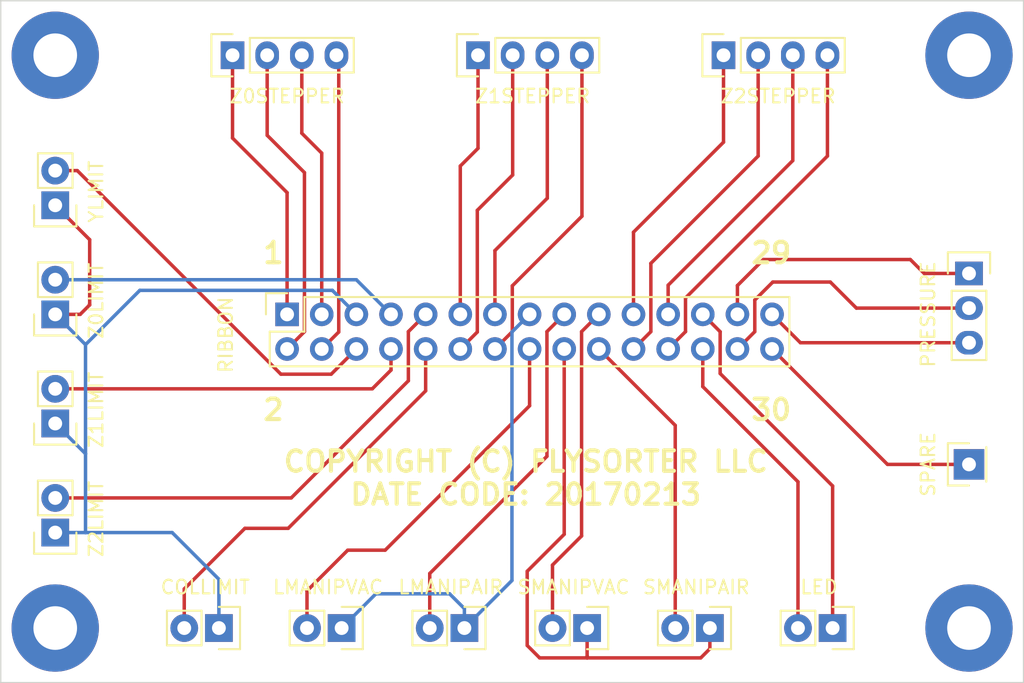
<source format=kicad_pcb>
(kicad_pcb (version 4) (host pcbnew "(2015-01-16 BZR 5376)-product")

  (general
    (links 36)
    (no_connects 0)
    (area 27.118619 37.721 107.881381 92.129)
    (thickness 1.6)
    (drawings 9)
    (tracks 131)
    (zones 0)
    (modules 20)
    (nets 35)
  )

  (page A4)
  (layers
    (0 F.Cu signal)
    (31 B.Cu signal)
    (32 B.Adhes user)
    (33 F.Adhes user)
    (34 B.Paste user)
    (35 F.Paste user)
    (36 B.SilkS user)
    (37 F.SilkS user)
    (38 B.Mask user)
    (39 F.Mask user)
    (40 Dwgs.User user)
    (41 Cmts.User user)
    (42 Eco1.User user)
    (43 Eco2.User user)
    (44 Edge.Cuts user)
    (45 Margin user)
    (46 B.CrtYd user)
    (47 F.CrtYd user)
    (48 B.Fab user)
    (49 F.Fab user)
  )

  (setup
    (last_trace_width 0.254)
    (trace_clearance 0.254)
    (zone_clearance 0.508)
    (zone_45_only no)
    (trace_min 0.254)
    (segment_width 0.2)
    (edge_width 0.1)
    (via_size 0.889)
    (via_drill 0.635)
    (via_min_size 0.889)
    (via_min_drill 0.508)
    (uvia_size 0.508)
    (uvia_drill 0.127)
    (uvias_allowed no)
    (uvia_min_size 0.508)
    (uvia_min_drill 0.127)
    (pcb_text_width 0.3)
    (pcb_text_size 1.5 1.5)
    (mod_edge_width 0.15)
    (mod_text_size 1 1)
    (mod_text_width 0.15)
    (pad_size 1.5 1.5)
    (pad_drill 0.6)
    (pad_to_mask_clearance 0)
    (aux_axis_origin 0 0)
    (visible_elements 7FFFFF7F)
    (pcbplotparams
      (layerselection 0x00030_80000001)
      (usegerberextensions false)
      (excludeedgelayer true)
      (linewidth 0.100000)
      (plotframeref false)
      (viasonmask false)
      (mode 1)
      (useauxorigin false)
      (hpglpennumber 1)
      (hpglpenspeed 20)
      (hpglpendiameter 15)
      (hpglpenoverlay 2)
      (psnegative false)
      (psa4output false)
      (plotreference true)
      (plotvalue true)
      (plotinvisibletext false)
      (padsonsilk false)
      (subtractmaskfromsilk false)
      (outputformat 1)
      (mirror false)
      (drillshape 1)
      (scaleselection 1)
      (outputdirectory ""))
  )

  (net 0 "")
  (net 1 /SwitchGrounds)
  (net 2 /YLimit)
  (net 3 /Z0Stepper0)
  (net 4 /Z0Stepper1)
  (net 5 /Z0Stepper2)
  (net 6 /Z0Stepper3)
  (net 7 /LManipGrounds)
  (net 8 /LManipVac)
  (net 9 /Z0Limit)
  (net 10 /Z1Limit)
  (net 11 /Z2Limit)
  (net 12 /CollisionLimit)
  (net 13 /Z1Stepper0)
  (net 14 /Z1Stepper1)
  (net 15 /Z1Stepper2)
  (net 16 /Z1Stepper3)
  (net 17 /LManipAir)
  (net 18 /SManipGrounds)
  (net 19 /SManipVac)
  (net 20 /SManipAir)
  (net 21 /Z2Stepper0)
  (net 22 /Z2Stepper1)
  (net 23 /Z2Stepper2)
  (net 24 /Z2Stepper3)
  (net 25 /LEDGND)
  (net 26 /LEDVCC)
  (net 27 /PressureGND)
  (net 28 /PressureVCC)
  (net 29 /PressureSignal)
  (net 30 "Net-(P14-Pad1)")
  (net 31 "Net-(P17-Pad1)")
  (net 32 "Net-(P18-Pad1)")
  (net 33 "Net-(P19-Pad1)")
  (net 34 "Net-(P20-Pad1)")

  (net_class Default "This is the default net class."
    (clearance 0.254)
    (trace_width 0.254)
    (via_dia 0.889)
    (via_drill 0.635)
    (uvia_dia 0.508)
    (uvia_drill 0.127)
    (add_net /CollisionLimit)
    (add_net /LEDGND)
    (add_net /LEDVCC)
    (add_net /LManipAir)
    (add_net /LManipGrounds)
    (add_net /LManipVac)
    (add_net /PressureGND)
    (add_net /PressureSignal)
    (add_net /PressureVCC)
    (add_net /SManipAir)
    (add_net /SManipGrounds)
    (add_net /SManipVac)
    (add_net /SwitchGrounds)
    (add_net /YLimit)
    (add_net /Z0Limit)
    (add_net /Z0Stepper0)
    (add_net /Z0Stepper1)
    (add_net /Z0Stepper2)
    (add_net /Z0Stepper3)
    (add_net /Z1Limit)
    (add_net /Z1Stepper0)
    (add_net /Z1Stepper1)
    (add_net /Z1Stepper2)
    (add_net /Z1Stepper3)
    (add_net /Z2Limit)
    (add_net /Z2Stepper0)
    (add_net /Z2Stepper1)
    (add_net /Z2Stepper2)
    (add_net /Z2Stepper3)
    (add_net "Net-(P14-Pad1)")
    (add_net "Net-(P17-Pad1)")
    (add_net "Net-(P18-Pad1)")
    (add_net "Net-(P19-Pad1)")
    (add_net "Net-(P20-Pad1)")
  )

  (module Socket_Strips:Socket_Strip_Straight_1x02 (layer F.Cu) (tedit 588BD847) (tstamp 588BCE4C)
    (at 34 55 90)
    (descr "Through hole socket strip")
    (tags "socket strip")
    (path /588BCD0D)
    (fp_text reference P1 (at 0 -5.1 90) (layer F.SilkS) hide
      (effects (font (size 1 1) (thickness 0.15)))
    )
    (fp_text value YLIMIT (at 1 3 90) (layer F.SilkS)
      (effects (font (size 1 1) (thickness 0.15)))
    )
    (fp_line (start -1.55 1.55) (end 0 1.55) (layer F.SilkS) (width 0.15))
    (fp_line (start 3.81 1.27) (end 1.27 1.27) (layer F.SilkS) (width 0.15))
    (fp_line (start -1.75 -1.75) (end -1.75 1.75) (layer F.CrtYd) (width 0.05))
    (fp_line (start 4.3 -1.75) (end 4.3 1.75) (layer F.CrtYd) (width 0.05))
    (fp_line (start -1.75 -1.75) (end 4.3 -1.75) (layer F.CrtYd) (width 0.05))
    (fp_line (start -1.75 1.75) (end 4.3 1.75) (layer F.CrtYd) (width 0.05))
    (fp_line (start 1.27 1.27) (end 1.27 -1.27) (layer F.SilkS) (width 0.15))
    (fp_line (start 0 -1.55) (end -1.55 -1.55) (layer F.SilkS) (width 0.15))
    (fp_line (start -1.55 -1.55) (end -1.55 1.55) (layer F.SilkS) (width 0.15))
    (fp_line (start 1.27 -1.27) (end 3.81 -1.27) (layer F.SilkS) (width 0.15))
    (fp_line (start 3.81 -1.27) (end 3.81 1.27) (layer F.SilkS) (width 0.15))
    (pad 1 thru_hole rect (at 0 0 90) (size 2.032 2.032) (drill 1.016) (layers *.Cu *.Mask)
      (net 1 /SwitchGrounds))
    (pad 2 thru_hole oval (at 2.54 0 90) (size 2.032 2.032) (drill 1.016) (layers *.Cu *.Mask)
      (net 2 /YLimit))
    (model Socket_Strips.3dshapes/Socket_Strip_Straight_1x02.wrl
      (at (xyz 0.05 0 0))
      (scale (xyz 1 1 1))
      (rotate (xyz 0 0 180))
    )
  )

  (module Socket_Strips:Socket_Strip_Straight_1x04 (layer F.Cu) (tedit 588BD80B) (tstamp 588BCE54)
    (at 47 44)
    (descr "Through hole socket strip")
    (tags "socket strip")
    (path /588BCB50)
    (fp_text reference P2 (at 0 -5.1) (layer F.SilkS) hide
      (effects (font (size 1 1) (thickness 0.15)))
    )
    (fp_text value Z0STEPPER (at 4 3) (layer F.SilkS)
      (effects (font (size 1 1) (thickness 0.15)))
    )
    (fp_line (start -1.75 -1.75) (end -1.75 1.75) (layer F.CrtYd) (width 0.05))
    (fp_line (start 9.4 -1.75) (end 9.4 1.75) (layer F.CrtYd) (width 0.05))
    (fp_line (start -1.75 -1.75) (end 9.4 -1.75) (layer F.CrtYd) (width 0.05))
    (fp_line (start -1.75 1.75) (end 9.4 1.75) (layer F.CrtYd) (width 0.05))
    (fp_line (start 1.27 -1.27) (end 8.89 -1.27) (layer F.SilkS) (width 0.15))
    (fp_line (start 1.27 1.27) (end 8.89 1.27) (layer F.SilkS) (width 0.15))
    (fp_line (start -1.55 1.55) (end 0 1.55) (layer F.SilkS) (width 0.15))
    (fp_line (start 8.89 -1.27) (end 8.89 1.27) (layer F.SilkS) (width 0.15))
    (fp_line (start 1.27 1.27) (end 1.27 -1.27) (layer F.SilkS) (width 0.15))
    (fp_line (start 0 -1.55) (end -1.55 -1.55) (layer F.SilkS) (width 0.15))
    (fp_line (start -1.55 -1.55) (end -1.55 1.55) (layer F.SilkS) (width 0.15))
    (pad 1 thru_hole rect (at 0 0) (size 1.7272 2.032) (drill 1.016) (layers *.Cu *.Mask)
      (net 3 /Z0Stepper0))
    (pad 2 thru_hole oval (at 2.54 0) (size 1.7272 2.032) (drill 1.016) (layers *.Cu *.Mask)
      (net 4 /Z0Stepper1))
    (pad 3 thru_hole oval (at 5.08 0) (size 1.7272 2.032) (drill 1.016) (layers *.Cu *.Mask)
      (net 5 /Z0Stepper2))
    (pad 4 thru_hole oval (at 7.62 0) (size 1.7272 2.032) (drill 1.016) (layers *.Cu *.Mask)
      (net 6 /Z0Stepper3))
    (model Socket_Strips.3dshapes/Socket_Strip_Straight_1x04.wrl
      (at (xyz 0.15 0 0))
      (scale (xyz 1 1 1))
      (rotate (xyz 0 0 180))
    )
  )

  (module Socket_Strips:Socket_Strip_Straight_1x02 (layer F.Cu) (tedit 588BD833) (tstamp 588BD08F)
    (at 55 86 180)
    (descr "Through hole socket strip")
    (tags "socket strip")
    (path /588BD66A)
    (fp_text reference P3 (at 0 -5.1 180) (layer F.SilkS) hide
      (effects (font (size 1 1) (thickness 0.15)))
    )
    (fp_text value LMANIPVAC (at 1 3 180) (layer F.SilkS)
      (effects (font (size 1 1) (thickness 0.15)))
    )
    (fp_line (start -1.55 1.55) (end 0 1.55) (layer F.SilkS) (width 0.15))
    (fp_line (start 3.81 1.27) (end 1.27 1.27) (layer F.SilkS) (width 0.15))
    (fp_line (start -1.75 -1.75) (end -1.75 1.75) (layer F.CrtYd) (width 0.05))
    (fp_line (start 4.3 -1.75) (end 4.3 1.75) (layer F.CrtYd) (width 0.05))
    (fp_line (start -1.75 -1.75) (end 4.3 -1.75) (layer F.CrtYd) (width 0.05))
    (fp_line (start -1.75 1.75) (end 4.3 1.75) (layer F.CrtYd) (width 0.05))
    (fp_line (start 1.27 1.27) (end 1.27 -1.27) (layer F.SilkS) (width 0.15))
    (fp_line (start 0 -1.55) (end -1.55 -1.55) (layer F.SilkS) (width 0.15))
    (fp_line (start -1.55 -1.55) (end -1.55 1.55) (layer F.SilkS) (width 0.15))
    (fp_line (start 1.27 -1.27) (end 3.81 -1.27) (layer F.SilkS) (width 0.15))
    (fp_line (start 3.81 -1.27) (end 3.81 1.27) (layer F.SilkS) (width 0.15))
    (pad 1 thru_hole rect (at 0 0 180) (size 2.032 2.032) (drill 1.016) (layers *.Cu *.Mask)
      (net 7 /LManipGrounds))
    (pad 2 thru_hole oval (at 2.54 0 180) (size 2.032 2.032) (drill 1.016) (layers *.Cu *.Mask)
      (net 8 /LManipVac))
    (model Socket_Strips.3dshapes/Socket_Strip_Straight_1x02.wrl
      (at (xyz 0.05 0 0))
      (scale (xyz 1 1 1))
      (rotate (xyz 0 0 180))
    )
  )

  (module Socket_Strips:Socket_Strip_Straight_1x02 (layer F.Cu) (tedit 588BD84A) (tstamp 588BCE60)
    (at 34 63 90)
    (descr "Through hole socket strip")
    (tags "socket strip")
    (path /588BCE8C)
    (fp_text reference P4 (at 0 -5.1 90) (layer F.SilkS) hide
      (effects (font (size 1 1) (thickness 0.15)))
    )
    (fp_text value Z0LIMIT (at 1 3 90) (layer F.SilkS)
      (effects (font (size 1 1) (thickness 0.15)))
    )
    (fp_line (start -1.55 1.55) (end 0 1.55) (layer F.SilkS) (width 0.15))
    (fp_line (start 3.81 1.27) (end 1.27 1.27) (layer F.SilkS) (width 0.15))
    (fp_line (start -1.75 -1.75) (end -1.75 1.75) (layer F.CrtYd) (width 0.05))
    (fp_line (start 4.3 -1.75) (end 4.3 1.75) (layer F.CrtYd) (width 0.05))
    (fp_line (start -1.75 -1.75) (end 4.3 -1.75) (layer F.CrtYd) (width 0.05))
    (fp_line (start -1.75 1.75) (end 4.3 1.75) (layer F.CrtYd) (width 0.05))
    (fp_line (start 1.27 1.27) (end 1.27 -1.27) (layer F.SilkS) (width 0.15))
    (fp_line (start 0 -1.55) (end -1.55 -1.55) (layer F.SilkS) (width 0.15))
    (fp_line (start -1.55 -1.55) (end -1.55 1.55) (layer F.SilkS) (width 0.15))
    (fp_line (start 1.27 -1.27) (end 3.81 -1.27) (layer F.SilkS) (width 0.15))
    (fp_line (start 3.81 -1.27) (end 3.81 1.27) (layer F.SilkS) (width 0.15))
    (pad 1 thru_hole rect (at 0 0 90) (size 2.032 2.032) (drill 1.016) (layers *.Cu *.Mask)
      (net 1 /SwitchGrounds))
    (pad 2 thru_hole oval (at 2.54 0 90) (size 2.032 2.032) (drill 1.016) (layers *.Cu *.Mask)
      (net 9 /Z0Limit))
    (model Socket_Strips.3dshapes/Socket_Strip_Straight_1x02.wrl
      (at (xyz 0.05 0 0))
      (scale (xyz 1 1 1))
      (rotate (xyz 0 0 180))
    )
  )

  (module Socket_Strips:Socket_Strip_Straight_2x15 (layer F.Cu) (tedit 58A25D42) (tstamp 588BCE82)
    (at 51 63)
    (descr "Through hole socket strip")
    (tags "socket strip")
    (path /588BC35E)
    (fp_text reference P5 (at 0 -5.1) (layer F.SilkS) hide
      (effects (font (size 1 1) (thickness 0.15)))
    )
    (fp_text value RIBBON (at -4.5 1.5 90) (layer F.SilkS)
      (effects (font (size 1 1) (thickness 0.15)))
    )
    (fp_line (start -1.75 -1.75) (end -1.75 4.3) (layer F.CrtYd) (width 0.05))
    (fp_line (start 37.35 -1.75) (end 37.35 4.3) (layer F.CrtYd) (width 0.05))
    (fp_line (start -1.75 -1.75) (end 37.35 -1.75) (layer F.CrtYd) (width 0.05))
    (fp_line (start -1.75 4.3) (end 37.35 4.3) (layer F.CrtYd) (width 0.05))
    (fp_line (start 36.83 3.81) (end -1.27 3.81) (layer F.SilkS) (width 0.15))
    (fp_line (start 1.27 -1.27) (end 36.83 -1.27) (layer F.SilkS) (width 0.15))
    (fp_line (start 36.83 3.81) (end 36.83 -1.27) (layer F.SilkS) (width 0.15))
    (fp_line (start -1.27 3.81) (end -1.27 1.27) (layer F.SilkS) (width 0.15))
    (fp_line (start 0 -1.55) (end -1.55 -1.55) (layer F.SilkS) (width 0.15))
    (fp_line (start -1.27 1.27) (end 1.27 1.27) (layer F.SilkS) (width 0.15))
    (fp_line (start 1.27 1.27) (end 1.27 -1.27) (layer F.SilkS) (width 0.15))
    (fp_line (start -1.55 -1.55) (end -1.55 0) (layer F.SilkS) (width 0.15))
    (pad 1 thru_hole rect (at 0 0) (size 1.7272 1.7272) (drill 1.016) (layers *.Cu *.Mask)
      (net 3 /Z0Stepper0))
    (pad 2 thru_hole oval (at 0 2.54) (size 1.7272 1.7272) (drill 1.016) (layers *.Cu *.Mask)
      (net 4 /Z0Stepper1))
    (pad 3 thru_hole oval (at 2.54 0) (size 1.7272 1.7272) (drill 1.016) (layers *.Cu *.Mask)
      (net 5 /Z0Stepper2))
    (pad 4 thru_hole oval (at 2.54 2.54) (size 1.7272 1.7272) (drill 1.016) (layers *.Cu *.Mask)
      (net 6 /Z0Stepper3))
    (pad 5 thru_hole oval (at 5.08 0) (size 1.7272 1.7272) (drill 1.016) (layers *.Cu *.Mask)
      (net 1 /SwitchGrounds))
    (pad 6 thru_hole oval (at 5.08 2.54) (size 1.7272 1.7272) (drill 1.016) (layers *.Cu *.Mask)
      (net 2 /YLimit))
    (pad 7 thru_hole oval (at 7.62 0) (size 1.7272 1.7272) (drill 1.016) (layers *.Cu *.Mask)
      (net 9 /Z0Limit))
    (pad 8 thru_hole oval (at 7.62 2.54) (size 1.7272 1.7272) (drill 1.016) (layers *.Cu *.Mask)
      (net 10 /Z1Limit))
    (pad 9 thru_hole oval (at 10.16 0) (size 1.7272 1.7272) (drill 1.016) (layers *.Cu *.Mask)
      (net 11 /Z2Limit))
    (pad 10 thru_hole oval (at 10.16 2.54) (size 1.7272 1.7272) (drill 1.016) (layers *.Cu *.Mask)
      (net 12 /CollisionLimit))
    (pad 11 thru_hole oval (at 12.7 0) (size 1.7272 1.7272) (drill 1.016) (layers *.Cu *.Mask)
      (net 13 /Z1Stepper0))
    (pad 12 thru_hole oval (at 12.7 2.54) (size 1.7272 1.7272) (drill 1.016) (layers *.Cu *.Mask)
      (net 14 /Z1Stepper1))
    (pad 13 thru_hole oval (at 15.24 0) (size 1.7272 1.7272) (drill 1.016) (layers *.Cu *.Mask)
      (net 15 /Z1Stepper2))
    (pad 14 thru_hole oval (at 15.24 2.54) (size 1.7272 1.7272) (drill 1.016) (layers *.Cu *.Mask)
      (net 16 /Z1Stepper3))
    (pad 15 thru_hole oval (at 17.78 0) (size 1.7272 1.7272) (drill 1.016) (layers *.Cu *.Mask)
      (net 7 /LManipGrounds))
    (pad 16 thru_hole oval (at 17.78 2.54) (size 1.7272 1.7272) (drill 1.016) (layers *.Cu *.Mask)
      (net 8 /LManipVac))
    (pad 17 thru_hole oval (at 20.32 0) (size 1.7272 1.7272) (drill 1.016) (layers *.Cu *.Mask)
      (net 17 /LManipAir))
    (pad 18 thru_hole oval (at 20.32 2.54) (size 1.7272 1.7272) (drill 1.016) (layers *.Cu *.Mask)
      (net 18 /SManipGrounds))
    (pad 19 thru_hole oval (at 22.86 0) (size 1.7272 1.7272) (drill 1.016) (layers *.Cu *.Mask)
      (net 19 /SManipVac))
    (pad 20 thru_hole oval (at 22.86 2.54) (size 1.7272 1.7272) (drill 1.016) (layers *.Cu *.Mask)
      (net 20 /SManipAir))
    (pad 21 thru_hole oval (at 25.4 0) (size 1.7272 1.7272) (drill 1.016) (layers *.Cu *.Mask)
      (net 21 /Z2Stepper0))
    (pad 22 thru_hole oval (at 25.4 2.54) (size 1.7272 1.7272) (drill 1.016) (layers *.Cu *.Mask)
      (net 22 /Z2Stepper1))
    (pad 23 thru_hole oval (at 27.94 0) (size 1.7272 1.7272) (drill 1.016) (layers *.Cu *.Mask)
      (net 23 /Z2Stepper2))
    (pad 24 thru_hole oval (at 27.94 2.54) (size 1.7272 1.7272) (drill 1.016) (layers *.Cu *.Mask)
      (net 24 /Z2Stepper3))
    (pad 25 thru_hole oval (at 30.48 0) (size 1.7272 1.7272) (drill 1.016) (layers *.Cu *.Mask)
      (net 25 /LEDGND))
    (pad 26 thru_hole oval (at 30.48 2.54) (size 1.7272 1.7272) (drill 1.016) (layers *.Cu *.Mask)
      (net 26 /LEDVCC))
    (pad 27 thru_hole oval (at 33.02 0) (size 1.7272 1.7272) (drill 1.016) (layers *.Cu *.Mask)
      (net 27 /PressureGND))
    (pad 28 thru_hole oval (at 33.02 2.54) (size 1.7272 1.7272) (drill 1.016) (layers *.Cu *.Mask)
      (net 28 /PressureVCC))
    (pad 29 thru_hole oval (at 35.56 0) (size 1.7272 1.7272) (drill 1.016) (layers *.Cu *.Mask)
      (net 29 /PressureSignal))
    (pad 30 thru_hole oval (at 35.56 2.54) (size 1.7272 1.7272) (drill 1.016) (layers *.Cu *.Mask)
      (net 30 "Net-(P14-Pad1)"))
    (model Socket_Strips.3dshapes/Socket_Strip_Straight_2x15.wrl
      (at (xyz 0.7 -0.05 0))
      (scale (xyz 1 1 1))
      (rotate (xyz 0 0 180))
    )
  )

  (module Socket_Strips:Socket_Strip_Straight_1x04 (layer F.Cu) (tedit 588BD80E) (tstamp 588BCE8A)
    (at 65 44)
    (descr "Through hole socket strip")
    (tags "socket strip")
    (path /588BCC52)
    (fp_text reference P6 (at 0 -5.1) (layer F.SilkS) hide
      (effects (font (size 1 1) (thickness 0.15)))
    )
    (fp_text value Z1STEPPER (at 4 3) (layer F.SilkS)
      (effects (font (size 1 1) (thickness 0.15)))
    )
    (fp_line (start -1.75 -1.75) (end -1.75 1.75) (layer F.CrtYd) (width 0.05))
    (fp_line (start 9.4 -1.75) (end 9.4 1.75) (layer F.CrtYd) (width 0.05))
    (fp_line (start -1.75 -1.75) (end 9.4 -1.75) (layer F.CrtYd) (width 0.05))
    (fp_line (start -1.75 1.75) (end 9.4 1.75) (layer F.CrtYd) (width 0.05))
    (fp_line (start 1.27 -1.27) (end 8.89 -1.27) (layer F.SilkS) (width 0.15))
    (fp_line (start 1.27 1.27) (end 8.89 1.27) (layer F.SilkS) (width 0.15))
    (fp_line (start -1.55 1.55) (end 0 1.55) (layer F.SilkS) (width 0.15))
    (fp_line (start 8.89 -1.27) (end 8.89 1.27) (layer F.SilkS) (width 0.15))
    (fp_line (start 1.27 1.27) (end 1.27 -1.27) (layer F.SilkS) (width 0.15))
    (fp_line (start 0 -1.55) (end -1.55 -1.55) (layer F.SilkS) (width 0.15))
    (fp_line (start -1.55 -1.55) (end -1.55 1.55) (layer F.SilkS) (width 0.15))
    (pad 1 thru_hole rect (at 0 0) (size 1.7272 2.032) (drill 1.016) (layers *.Cu *.Mask)
      (net 13 /Z1Stepper0))
    (pad 2 thru_hole oval (at 2.54 0) (size 1.7272 2.032) (drill 1.016) (layers *.Cu *.Mask)
      (net 14 /Z1Stepper1))
    (pad 3 thru_hole oval (at 5.08 0) (size 1.7272 2.032) (drill 1.016) (layers *.Cu *.Mask)
      (net 15 /Z1Stepper2))
    (pad 4 thru_hole oval (at 7.62 0) (size 1.7272 2.032) (drill 1.016) (layers *.Cu *.Mask)
      (net 16 /Z1Stepper3))
    (model Socket_Strips.3dshapes/Socket_Strip_Straight_1x04.wrl
      (at (xyz 0.15 0 0))
      (scale (xyz 1 1 1))
      (rotate (xyz 0 0 180))
    )
  )

  (module Socket_Strips:Socket_Strip_Straight_1x02 (layer F.Cu) (tedit 588BD827) (tstamp 588BCE90)
    (at 91 86 180)
    (descr "Through hole socket strip")
    (tags "socket strip")
    (path /588BD957)
    (fp_text reference P7 (at 0 -5.1 180) (layer F.SilkS) hide
      (effects (font (size 1 1) (thickness 0.15)))
    )
    (fp_text value LED (at 1 3 180) (layer F.SilkS)
      (effects (font (size 1 1) (thickness 0.15)))
    )
    (fp_line (start -1.55 1.55) (end 0 1.55) (layer F.SilkS) (width 0.15))
    (fp_line (start 3.81 1.27) (end 1.27 1.27) (layer F.SilkS) (width 0.15))
    (fp_line (start -1.75 -1.75) (end -1.75 1.75) (layer F.CrtYd) (width 0.05))
    (fp_line (start 4.3 -1.75) (end 4.3 1.75) (layer F.CrtYd) (width 0.05))
    (fp_line (start -1.75 -1.75) (end 4.3 -1.75) (layer F.CrtYd) (width 0.05))
    (fp_line (start -1.75 1.75) (end 4.3 1.75) (layer F.CrtYd) (width 0.05))
    (fp_line (start 1.27 1.27) (end 1.27 -1.27) (layer F.SilkS) (width 0.15))
    (fp_line (start 0 -1.55) (end -1.55 -1.55) (layer F.SilkS) (width 0.15))
    (fp_line (start -1.55 -1.55) (end -1.55 1.55) (layer F.SilkS) (width 0.15))
    (fp_line (start 1.27 -1.27) (end 3.81 -1.27) (layer F.SilkS) (width 0.15))
    (fp_line (start 3.81 -1.27) (end 3.81 1.27) (layer F.SilkS) (width 0.15))
    (pad 1 thru_hole rect (at 0 0 180) (size 2.032 2.032) (drill 1.016) (layers *.Cu *.Mask)
      (net 25 /LEDGND))
    (pad 2 thru_hole oval (at 2.54 0 180) (size 2.032 2.032) (drill 1.016) (layers *.Cu *.Mask)
      (net 26 /LEDVCC))
    (model Socket_Strips.3dshapes/Socket_Strip_Straight_1x02.wrl
      (at (xyz 0.05 0 0))
      (scale (xyz 1 1 1))
      (rotate (xyz 0 0 180))
    )
  )

  (module Socket_Strips:Socket_Strip_Straight_1x02 (layer F.Cu) (tedit 588BD831) (tstamp 588BD088)
    (at 64 86 180)
    (descr "Through hole socket strip")
    (tags "socket strip")
    (path /588BD6ED)
    (fp_text reference P8 (at 0 -5.1 180) (layer F.SilkS) hide
      (effects (font (size 1 1) (thickness 0.15)))
    )
    (fp_text value LMANIPAIR (at 1 3 180) (layer F.SilkS)
      (effects (font (size 1 1) (thickness 0.15)))
    )
    (fp_line (start -1.55 1.55) (end 0 1.55) (layer F.SilkS) (width 0.15))
    (fp_line (start 3.81 1.27) (end 1.27 1.27) (layer F.SilkS) (width 0.15))
    (fp_line (start -1.75 -1.75) (end -1.75 1.75) (layer F.CrtYd) (width 0.05))
    (fp_line (start 4.3 -1.75) (end 4.3 1.75) (layer F.CrtYd) (width 0.05))
    (fp_line (start -1.75 -1.75) (end 4.3 -1.75) (layer F.CrtYd) (width 0.05))
    (fp_line (start -1.75 1.75) (end 4.3 1.75) (layer F.CrtYd) (width 0.05))
    (fp_line (start 1.27 1.27) (end 1.27 -1.27) (layer F.SilkS) (width 0.15))
    (fp_line (start 0 -1.55) (end -1.55 -1.55) (layer F.SilkS) (width 0.15))
    (fp_line (start -1.55 -1.55) (end -1.55 1.55) (layer F.SilkS) (width 0.15))
    (fp_line (start 1.27 -1.27) (end 3.81 -1.27) (layer F.SilkS) (width 0.15))
    (fp_line (start 3.81 -1.27) (end 3.81 1.27) (layer F.SilkS) (width 0.15))
    (pad 1 thru_hole rect (at 0 0 180) (size 2.032 2.032) (drill 1.016) (layers *.Cu *.Mask)
      (net 7 /LManipGrounds))
    (pad 2 thru_hole oval (at 2.54 0 180) (size 2.032 2.032) (drill 1.016) (layers *.Cu *.Mask)
      (net 17 /LManipAir))
    (model Socket_Strips.3dshapes/Socket_Strip_Straight_1x02.wrl
      (at (xyz 0.05 0 0))
      (scale (xyz 1 1 1))
      (rotate (xyz 0 0 180))
    )
  )

  (module Socket_Strips:Socket_Strip_Straight_1x02 (layer F.Cu) (tedit 588BD84E) (tstamp 588BCE9C)
    (at 34 71 90)
    (descr "Through hole socket strip")
    (tags "socket strip")
    (path /588BCEBA)
    (fp_text reference P9 (at 0 -5.1 90) (layer F.SilkS) hide
      (effects (font (size 1 1) (thickness 0.15)))
    )
    (fp_text value Z1LIMIT (at 1 3 90) (layer F.SilkS)
      (effects (font (size 1 1) (thickness 0.15)))
    )
    (fp_line (start -1.55 1.55) (end 0 1.55) (layer F.SilkS) (width 0.15))
    (fp_line (start 3.81 1.27) (end 1.27 1.27) (layer F.SilkS) (width 0.15))
    (fp_line (start -1.75 -1.75) (end -1.75 1.75) (layer F.CrtYd) (width 0.05))
    (fp_line (start 4.3 -1.75) (end 4.3 1.75) (layer F.CrtYd) (width 0.05))
    (fp_line (start -1.75 -1.75) (end 4.3 -1.75) (layer F.CrtYd) (width 0.05))
    (fp_line (start -1.75 1.75) (end 4.3 1.75) (layer F.CrtYd) (width 0.05))
    (fp_line (start 1.27 1.27) (end 1.27 -1.27) (layer F.SilkS) (width 0.15))
    (fp_line (start 0 -1.55) (end -1.55 -1.55) (layer F.SilkS) (width 0.15))
    (fp_line (start -1.55 -1.55) (end -1.55 1.55) (layer F.SilkS) (width 0.15))
    (fp_line (start 1.27 -1.27) (end 3.81 -1.27) (layer F.SilkS) (width 0.15))
    (fp_line (start 3.81 -1.27) (end 3.81 1.27) (layer F.SilkS) (width 0.15))
    (pad 1 thru_hole rect (at 0 0 90) (size 2.032 2.032) (drill 1.016) (layers *.Cu *.Mask)
      (net 1 /SwitchGrounds))
    (pad 2 thru_hole oval (at 2.54 0 90) (size 2.032 2.032) (drill 1.016) (layers *.Cu *.Mask)
      (net 10 /Z1Limit))
    (model Socket_Strips.3dshapes/Socket_Strip_Straight_1x02.wrl
      (at (xyz 0.05 0 0))
      (scale (xyz 1 1 1))
      (rotate (xyz 0 0 180))
    )
  )

  (module Socket_Strips:Socket_Strip_Straight_1x02 (layer F.Cu) (tedit 588BD82E) (tstamp 588BD081)
    (at 73 86 180)
    (descr "Through hole socket strip")
    (tags "socket strip")
    (path /588BD71C)
    (fp_text reference P10 (at 0 -5.1 180) (layer F.SilkS) hide
      (effects (font (size 1 1) (thickness 0.15)))
    )
    (fp_text value SMANIPVAC (at 1 3 180) (layer F.SilkS)
      (effects (font (size 1 1) (thickness 0.15)))
    )
    (fp_line (start -1.55 1.55) (end 0 1.55) (layer F.SilkS) (width 0.15))
    (fp_line (start 3.81 1.27) (end 1.27 1.27) (layer F.SilkS) (width 0.15))
    (fp_line (start -1.75 -1.75) (end -1.75 1.75) (layer F.CrtYd) (width 0.05))
    (fp_line (start 4.3 -1.75) (end 4.3 1.75) (layer F.CrtYd) (width 0.05))
    (fp_line (start -1.75 -1.75) (end 4.3 -1.75) (layer F.CrtYd) (width 0.05))
    (fp_line (start -1.75 1.75) (end 4.3 1.75) (layer F.CrtYd) (width 0.05))
    (fp_line (start 1.27 1.27) (end 1.27 -1.27) (layer F.SilkS) (width 0.15))
    (fp_line (start 0 -1.55) (end -1.55 -1.55) (layer F.SilkS) (width 0.15))
    (fp_line (start -1.55 -1.55) (end -1.55 1.55) (layer F.SilkS) (width 0.15))
    (fp_line (start 1.27 -1.27) (end 3.81 -1.27) (layer F.SilkS) (width 0.15))
    (fp_line (start 3.81 -1.27) (end 3.81 1.27) (layer F.SilkS) (width 0.15))
    (pad 1 thru_hole rect (at 0 0 180) (size 2.032 2.032) (drill 1.016) (layers *.Cu *.Mask)
      (net 18 /SManipGrounds))
    (pad 2 thru_hole oval (at 2.54 0 180) (size 2.032 2.032) (drill 1.016) (layers *.Cu *.Mask)
      (net 19 /SManipVac))
    (model Socket_Strips.3dshapes/Socket_Strip_Straight_1x02.wrl
      (at (xyz 0.05 0 0))
      (scale (xyz 1 1 1))
      (rotate (xyz 0 0 180))
    )
  )

  (module Socket_Strips:Socket_Strip_Straight_1x03 (layer F.Cu) (tedit 588BD820) (tstamp 588BCEA9)
    (at 101 60 270)
    (descr "Through hole socket strip")
    (tags "socket strip")
    (path /588BDA2E)
    (fp_text reference P11 (at 0 -5.1 270) (layer F.SilkS) hide
      (effects (font (size 1 1) (thickness 0.15)))
    )
    (fp_text value PRESSURE (at 3 3 270) (layer F.SilkS)
      (effects (font (size 1 1) (thickness 0.15)))
    )
    (fp_line (start 0 -1.55) (end -1.55 -1.55) (layer F.SilkS) (width 0.15))
    (fp_line (start -1.55 -1.55) (end -1.55 1.55) (layer F.SilkS) (width 0.15))
    (fp_line (start -1.55 1.55) (end 0 1.55) (layer F.SilkS) (width 0.15))
    (fp_line (start -1.75 -1.75) (end -1.75 1.75) (layer F.CrtYd) (width 0.05))
    (fp_line (start 6.85 -1.75) (end 6.85 1.75) (layer F.CrtYd) (width 0.05))
    (fp_line (start -1.75 -1.75) (end 6.85 -1.75) (layer F.CrtYd) (width 0.05))
    (fp_line (start -1.75 1.75) (end 6.85 1.75) (layer F.CrtYd) (width 0.05))
    (fp_line (start 1.27 -1.27) (end 6.35 -1.27) (layer F.SilkS) (width 0.15))
    (fp_line (start 6.35 -1.27) (end 6.35 1.27) (layer F.SilkS) (width 0.15))
    (fp_line (start 6.35 1.27) (end 1.27 1.27) (layer F.SilkS) (width 0.15))
    (fp_line (start 1.27 1.27) (end 1.27 -1.27) (layer F.SilkS) (width 0.15))
    (pad 1 thru_hole rect (at 0 0 270) (size 1.7272 2.032) (drill 1.016) (layers *.Cu *.Mask)
      (net 27 /PressureGND))
    (pad 2 thru_hole oval (at 2.54 0 270) (size 1.7272 2.032) (drill 1.016) (layers *.Cu *.Mask)
      (net 28 /PressureVCC))
    (pad 3 thru_hole oval (at 5.08 0 270) (size 1.7272 2.032) (drill 1.016) (layers *.Cu *.Mask)
      (net 29 /PressureSignal))
    (model Socket_Strips.3dshapes/Socket_Strip_Straight_1x03.wrl
      (at (xyz 0.1 0 0))
      (scale (xyz 1 1 1))
      (rotate (xyz 0 0 180))
    )
  )

  (module Socket_Strips:Socket_Strip_Straight_1x04 (layer F.Cu) (tedit 588BD812) (tstamp 588BCEB1)
    (at 83 44)
    (descr "Through hole socket strip")
    (tags "socket strip")
    (path /588BCC85)
    (fp_text reference P12 (at 0 -5.1) (layer F.SilkS) hide
      (effects (font (size 1 1) (thickness 0.15)))
    )
    (fp_text value Z2STEPPER (at 4 3) (layer F.SilkS)
      (effects (font (size 1 1) (thickness 0.15)))
    )
    (fp_line (start -1.75 -1.75) (end -1.75 1.75) (layer F.CrtYd) (width 0.05))
    (fp_line (start 9.4 -1.75) (end 9.4 1.75) (layer F.CrtYd) (width 0.05))
    (fp_line (start -1.75 -1.75) (end 9.4 -1.75) (layer F.CrtYd) (width 0.05))
    (fp_line (start -1.75 1.75) (end 9.4 1.75) (layer F.CrtYd) (width 0.05))
    (fp_line (start 1.27 -1.27) (end 8.89 -1.27) (layer F.SilkS) (width 0.15))
    (fp_line (start 1.27 1.27) (end 8.89 1.27) (layer F.SilkS) (width 0.15))
    (fp_line (start -1.55 1.55) (end 0 1.55) (layer F.SilkS) (width 0.15))
    (fp_line (start 8.89 -1.27) (end 8.89 1.27) (layer F.SilkS) (width 0.15))
    (fp_line (start 1.27 1.27) (end 1.27 -1.27) (layer F.SilkS) (width 0.15))
    (fp_line (start 0 -1.55) (end -1.55 -1.55) (layer F.SilkS) (width 0.15))
    (fp_line (start -1.55 -1.55) (end -1.55 1.55) (layer F.SilkS) (width 0.15))
    (pad 1 thru_hole rect (at 0 0) (size 1.7272 2.032) (drill 1.016) (layers *.Cu *.Mask)
      (net 21 /Z2Stepper0))
    (pad 2 thru_hole oval (at 2.54 0) (size 1.7272 2.032) (drill 1.016) (layers *.Cu *.Mask)
      (net 22 /Z2Stepper1))
    (pad 3 thru_hole oval (at 5.08 0) (size 1.7272 2.032) (drill 1.016) (layers *.Cu *.Mask)
      (net 23 /Z2Stepper2))
    (pad 4 thru_hole oval (at 7.62 0) (size 1.7272 2.032) (drill 1.016) (layers *.Cu *.Mask)
      (net 24 /Z2Stepper3))
    (model Socket_Strips.3dshapes/Socket_Strip_Straight_1x04.wrl
      (at (xyz 0.15 0 0))
      (scale (xyz 1 1 1))
      (rotate (xyz 0 0 180))
    )
  )

  (module Socket_Strips:Socket_Strip_Straight_1x02 (layer F.Cu) (tedit 588BD852) (tstamp 588BCEB7)
    (at 34 79 90)
    (descr "Through hole socket strip")
    (tags "socket strip")
    (path /588BCEE9)
    (fp_text reference P13 (at 0 -5.1 90) (layer F.SilkS) hide
      (effects (font (size 1 1) (thickness 0.15)))
    )
    (fp_text value Z2LIMIT (at 1 3 90) (layer F.SilkS)
      (effects (font (size 1 1) (thickness 0.15)))
    )
    (fp_line (start -1.55 1.55) (end 0 1.55) (layer F.SilkS) (width 0.15))
    (fp_line (start 3.81 1.27) (end 1.27 1.27) (layer F.SilkS) (width 0.15))
    (fp_line (start -1.75 -1.75) (end -1.75 1.75) (layer F.CrtYd) (width 0.05))
    (fp_line (start 4.3 -1.75) (end 4.3 1.75) (layer F.CrtYd) (width 0.05))
    (fp_line (start -1.75 -1.75) (end 4.3 -1.75) (layer F.CrtYd) (width 0.05))
    (fp_line (start -1.75 1.75) (end 4.3 1.75) (layer F.CrtYd) (width 0.05))
    (fp_line (start 1.27 1.27) (end 1.27 -1.27) (layer F.SilkS) (width 0.15))
    (fp_line (start 0 -1.55) (end -1.55 -1.55) (layer F.SilkS) (width 0.15))
    (fp_line (start -1.55 -1.55) (end -1.55 1.55) (layer F.SilkS) (width 0.15))
    (fp_line (start 1.27 -1.27) (end 3.81 -1.27) (layer F.SilkS) (width 0.15))
    (fp_line (start 3.81 -1.27) (end 3.81 1.27) (layer F.SilkS) (width 0.15))
    (pad 1 thru_hole rect (at 0 0 90) (size 2.032 2.032) (drill 1.016) (layers *.Cu *.Mask)
      (net 1 /SwitchGrounds))
    (pad 2 thru_hole oval (at 2.54 0 90) (size 2.032 2.032) (drill 1.016) (layers *.Cu *.Mask)
      (net 11 /Z2Limit))
    (model Socket_Strips.3dshapes/Socket_Strip_Straight_1x02.wrl
      (at (xyz 0.05 0 0))
      (scale (xyz 1 1 1))
      (rotate (xyz 0 0 180))
    )
  )

  (module Socket_Strips:Socket_Strip_Straight_1x01 (layer F.Cu) (tedit 588BD823) (tstamp 588BCEBC)
    (at 101 74)
    (descr "Through hole socket strip")
    (tags "socket strip")
    (path /588BDD9E)
    (fp_text reference P14 (at 0 -5.1) (layer F.SilkS) hide
      (effects (font (size 1 1) (thickness 0.15)))
    )
    (fp_text value SPARE (at -3 0 90) (layer F.SilkS)
      (effects (font (size 1 1) (thickness 0.15)))
    )
    (fp_line (start -1.75 -1.75) (end -1.75 1.75) (layer F.CrtYd) (width 0.05))
    (fp_line (start 1.75 -1.75) (end 1.75 1.75) (layer F.CrtYd) (width 0.05))
    (fp_line (start -1.75 -1.75) (end 1.75 -1.75) (layer F.CrtYd) (width 0.05))
    (fp_line (start -1.75 1.75) (end 1.75 1.75) (layer F.CrtYd) (width 0.05))
    (fp_line (start 1.27 1.27) (end 1.27 -1.27) (layer F.SilkS) (width 0.15))
    (fp_line (start -1.55 -1.55) (end 0 -1.55) (layer F.SilkS) (width 0.15))
    (fp_line (start -1.55 -1.55) (end -1.55 1.55) (layer F.SilkS) (width 0.15))
    (fp_line (start -1.55 1.55) (end 0 1.55) (layer F.SilkS) (width 0.15))
    (pad 1 thru_hole rect (at 0 0) (size 2.2352 2.2352) (drill 1.016) (layers *.Cu *.Mask)
      (net 30 "Net-(P14-Pad1)"))
    (model Socket_Strips.3dshapes/Socket_Strip_Straight_1x01.wrl
      (at (xyz 0 0 0))
      (scale (xyz 1 1 1))
      (rotate (xyz 0 0 180))
    )
  )

  (module Socket_Strips:Socket_Strip_Straight_1x02 (layer F.Cu) (tedit 588BD82A) (tstamp 588BCEC2)
    (at 82 86 180)
    (descr "Through hole socket strip")
    (tags "socket strip")
    (path /588BD758)
    (fp_text reference P15 (at 0 -5.1 180) (layer F.SilkS) hide
      (effects (font (size 1 1) (thickness 0.15)))
    )
    (fp_text value SMANIPAIR (at 1 3 180) (layer F.SilkS)
      (effects (font (size 1 1) (thickness 0.15)))
    )
    (fp_line (start -1.55 1.55) (end 0 1.55) (layer F.SilkS) (width 0.15))
    (fp_line (start 3.81 1.27) (end 1.27 1.27) (layer F.SilkS) (width 0.15))
    (fp_line (start -1.75 -1.75) (end -1.75 1.75) (layer F.CrtYd) (width 0.05))
    (fp_line (start 4.3 -1.75) (end 4.3 1.75) (layer F.CrtYd) (width 0.05))
    (fp_line (start -1.75 -1.75) (end 4.3 -1.75) (layer F.CrtYd) (width 0.05))
    (fp_line (start -1.75 1.75) (end 4.3 1.75) (layer F.CrtYd) (width 0.05))
    (fp_line (start 1.27 1.27) (end 1.27 -1.27) (layer F.SilkS) (width 0.15))
    (fp_line (start 0 -1.55) (end -1.55 -1.55) (layer F.SilkS) (width 0.15))
    (fp_line (start -1.55 -1.55) (end -1.55 1.55) (layer F.SilkS) (width 0.15))
    (fp_line (start 1.27 -1.27) (end 3.81 -1.27) (layer F.SilkS) (width 0.15))
    (fp_line (start 3.81 -1.27) (end 3.81 1.27) (layer F.SilkS) (width 0.15))
    (pad 1 thru_hole rect (at 0 0 180) (size 2.032 2.032) (drill 1.016) (layers *.Cu *.Mask)
      (net 18 /SManipGrounds))
    (pad 2 thru_hole oval (at 2.54 0 180) (size 2.032 2.032) (drill 1.016) (layers *.Cu *.Mask)
      (net 20 /SManipAir))
    (model Socket_Strips.3dshapes/Socket_Strip_Straight_1x02.wrl
      (at (xyz 0.05 0 0))
      (scale (xyz 1 1 1))
      (rotate (xyz 0 0 180))
    )
  )

  (module Socket_Strips:Socket_Strip_Straight_1x02 (layer F.Cu) (tedit 588BD837) (tstamp 588BCEC8)
    (at 46 86 180)
    (descr "Through hole socket strip")
    (tags "socket strip")
    (path /588BCF19)
    (fp_text reference P16 (at 0 -5.1 180) (layer F.SilkS) hide
      (effects (font (size 1 1) (thickness 0.15)))
    )
    (fp_text value COLLIMIT (at 1 3 180) (layer F.SilkS)
      (effects (font (size 1 1) (thickness 0.15)))
    )
    (fp_line (start -1.55 1.55) (end 0 1.55) (layer F.SilkS) (width 0.15))
    (fp_line (start 3.81 1.27) (end 1.27 1.27) (layer F.SilkS) (width 0.15))
    (fp_line (start -1.75 -1.75) (end -1.75 1.75) (layer F.CrtYd) (width 0.05))
    (fp_line (start 4.3 -1.75) (end 4.3 1.75) (layer F.CrtYd) (width 0.05))
    (fp_line (start -1.75 -1.75) (end 4.3 -1.75) (layer F.CrtYd) (width 0.05))
    (fp_line (start -1.75 1.75) (end 4.3 1.75) (layer F.CrtYd) (width 0.05))
    (fp_line (start 1.27 1.27) (end 1.27 -1.27) (layer F.SilkS) (width 0.15))
    (fp_line (start 0 -1.55) (end -1.55 -1.55) (layer F.SilkS) (width 0.15))
    (fp_line (start -1.55 -1.55) (end -1.55 1.55) (layer F.SilkS) (width 0.15))
    (fp_line (start 1.27 -1.27) (end 3.81 -1.27) (layer F.SilkS) (width 0.15))
    (fp_line (start 3.81 -1.27) (end 3.81 1.27) (layer F.SilkS) (width 0.15))
    (pad 1 thru_hole rect (at 0 0 180) (size 2.032 2.032) (drill 1.016) (layers *.Cu *.Mask)
      (net 1 /SwitchGrounds))
    (pad 2 thru_hole oval (at 2.54 0 180) (size 2.032 2.032) (drill 1.016) (layers *.Cu *.Mask)
      (net 12 /CollisionLimit))
    (model Socket_Strips.3dshapes/Socket_Strip_Straight_1x02.wrl
      (at (xyz 0.05 0 0))
      (scale (xyz 1 1 1))
      (rotate (xyz 0 0 180))
    )
  )

  (module Mounting_Holes:MountingHole_3.2mm_M3_Pad (layer F.Cu) (tedit 588BCFC7) (tstamp 588BCECD)
    (at 34 44)
    (descr "Mounting Hole 3.2mm, M3")
    (tags "mounting hole 3.2mm m3")
    (path /588BDED8)
    (fp_text reference P17 (at 0 -4.2) (layer F.SilkS) hide
      (effects (font (size 1 1) (thickness 0.15)))
    )
    (fp_text value MOUNT (at 0 4.2) (layer F.Fab) hide
      (effects (font (size 1 1) (thickness 0.15)))
    )
    (fp_circle (center 0 0) (end 3.2 0) (layer Cmts.User) (width 0.15))
    (fp_circle (center 0 0) (end 3.45 0) (layer F.CrtYd) (width 0.05))
    (pad 1 thru_hole circle (at 0 0) (size 6.4 6.4) (drill 3.2) (layers *.Cu *.Mask)
      (net 31 "Net-(P17-Pad1)"))
  )

  (module Mounting_Holes:MountingHole_3.2mm_M3_Pad (layer F.Cu) (tedit 588BCFA6) (tstamp 588BCED2)
    (at 101 44)
    (descr "Mounting Hole 3.2mm, M3")
    (tags "mounting hole 3.2mm m3")
    (path /588BDF84)
    (fp_text reference P18 (at 0 -4.2) (layer F.SilkS) hide
      (effects (font (size 1 1) (thickness 0.15)))
    )
    (fp_text value MOUNT (at 0 4.2) (layer F.Fab) hide
      (effects (font (size 1 1) (thickness 0.15)))
    )
    (fp_circle (center 0 0) (end 3.2 0) (layer Cmts.User) (width 0.15))
    (fp_circle (center 0 0) (end 3.45 0) (layer F.CrtYd) (width 0.05))
    (pad 1 thru_hole circle (at 0 0) (size 6.4 6.4) (drill 3.2) (layers *.Cu *.Mask)
      (net 32 "Net-(P18-Pad1)"))
  )

  (module Mounting_Holes:MountingHole_3.2mm_M3_Pad (layer F.Cu) (tedit 588BCFA0) (tstamp 588BCED7)
    (at 34 86)
    (descr "Mounting Hole 3.2mm, M3")
    (tags "mounting hole 3.2mm m3")
    (path /588BDFC0)
    (fp_text reference P19 (at 0 -4.2) (layer F.SilkS) hide
      (effects (font (size 1 1) (thickness 0.15)))
    )
    (fp_text value MOUNT (at 0 4.2) (layer F.Fab) hide
      (effects (font (size 1 1) (thickness 0.15)))
    )
    (fp_circle (center 0 0) (end 3.2 0) (layer Cmts.User) (width 0.15))
    (fp_circle (center 0 0) (end 3.45 0) (layer F.CrtYd) (width 0.05))
    (pad 1 thru_hole circle (at 0 0) (size 6.4 6.4) (drill 3.2) (layers *.Cu *.Mask)
      (net 33 "Net-(P19-Pad1)"))
  )

  (module Mounting_Holes:MountingHole_3.2mm_M3_Pad (layer F.Cu) (tedit 588BCF9A) (tstamp 588BCEDC)
    (at 101 86)
    (descr "Mounting Hole 3.2mm, M3")
    (tags "mounting hole 3.2mm m3")
    (path /588BDFF9)
    (fp_text reference P20 (at 0 -4.2) (layer F.SilkS) hide
      (effects (font (size 1 1) (thickness 0.15)))
    )
    (fp_text value MOUNT (at 0 4.2) (layer F.Fab) hide
      (effects (font (size 1 1) (thickness 0.15)))
    )
    (fp_circle (center 0 0) (end 3.2 0) (layer Cmts.User) (width 0.15))
    (fp_circle (center 0 0) (end 3.45 0) (layer F.CrtYd) (width 0.05))
    (pad 1 thru_hole circle (at 0 0) (size 6.4 6.4) (drill 3.2) (layers *.Cu *.Mask)
      (net 34 "Net-(P20-Pad1)"))
  )

  (gr_text "COPYRIGHT (C) FLYSORTER LLC\nDATE CODE: 20170213" (at 68.5 75) (layer F.SilkS)
    (effects (font (size 1.5 1.5) (thickness 0.3)))
  )
  (gr_text 30 (at 86.5 70) (layer F.SilkS)
    (effects (font (size 1.5 1.5) (thickness 0.3)))
  )
  (gr_text 29 (at 86.5 58.5) (layer F.SilkS)
    (effects (font (size 1.5 1.5) (thickness 0.3)))
  )
  (gr_text 2 (at 50 70) (layer F.SilkS)
    (effects (font (size 1.5 1.5) (thickness 0.3)))
  )
  (gr_text 1 (at 50 58.5) (layer F.SilkS)
    (effects (font (size 1.5 1.5) (thickness 0.3)))
  )
  (gr_line (start 30 90) (end 30 40) (angle 90) (layer Edge.Cuts) (width 0.1))
  (gr_line (start 105 90) (end 30 90) (angle 90) (layer Edge.Cuts) (width 0.1))
  (gr_line (start 105 40) (end 105 90) (angle 90) (layer Edge.Cuts) (width 0.1))
  (gr_line (start 30 40) (end 105 40) (angle 90) (layer Edge.Cuts) (width 0.1))

  (segment (start 42.5764 79) (end 46 82.4236) (width 0.254) (layer B.Cu) (net 1) (tstamp 588BD657))
  (segment (start 46 82.4236) (end 46 86) (width 0.254) (layer B.Cu) (net 1) (tstamp 588BD659))
  (segment (start 36.2204 79) (end 42.5764 79) (width 0.254) (layer B.Cu) (net 1) (tstamp 588BD661))
  (segment (start 34 79) (end 36.2204 79) (width 0.254) (layer B.Cu) (net 1))
  (segment (start 36.2204 73.2204) (end 36.2204 79) (width 0.254) (layer B.Cu) (net 1) (tstamp 588BD65D))
  (segment (start 34 71) (end 36.2204 73.2204) (width 0.254) (layer B.Cu) (net 1))
  (segment (start 36.2204 65.2204) (end 36.2204 73.2204) (width 0.254) (layer B.Cu) (net 1) (tstamp 588BD666))
  (segment (start 34 63) (end 36.2204 65.2204) (width 0.254) (layer B.Cu) (net 1))
  (segment (start 36.5252 57.5252) (end 36.5252 62.3062) (width 0.254) (layer F.Cu) (net 1) (tstamp 588BD67D))
  (segment (start 36.5252 62.3062) (end 35.8314 63) (width 0.254) (layer F.Cu) (net 1) (tstamp 588BD683))
  (segment (start 35.8314 63) (end 34 63) (width 0.254) (layer F.Cu) (net 1) (tstamp 588BD684))
  (segment (start 34 55) (end 36.5252 57.5252) (width 0.254) (layer F.Cu) (net 1))
  (segment (start 36.4998 62.2808) (end 36.5252 62.3062) (width 0.254) (layer F.Cu) (net 1) (tstamp 588BD6A7))
  (segment (start 54.3194 61.2394) (end 40.2014 61.2394) (width 0.254) (layer B.Cu) (net 1) (tstamp 588BD71A))
  (segment (start 40.2014 61.2394) (end 36.2204 65.2204) (width 0.254) (layer B.Cu) (net 1) (tstamp 588BD71D))
  (segment (start 56.08 63) (end 54.3194 61.2394) (width 0.254) (layer B.Cu) (net 1))
  (segment (start 54.2338 67.3862) (end 50.546 67.3862) (width 0.254) (layer F.Cu) (net 2) (tstamp 588BD66F))
  (segment (start 50.546 67.3862) (end 35.6198 52.46) (width 0.254) (layer F.Cu) (net 2) (tstamp 588BD672))
  (segment (start 35.6198 52.46) (end 34 52.46) (width 0.254) (layer F.Cu) (net 2) (tstamp 588BD676))
  (segment (start 56.08 65.54) (end 54.2338 67.3862) (width 0.254) (layer F.Cu) (net 2))
  (segment (start 51 54.0734) (end 47 50.0734) (width 0.254) (layer F.Cu) (net 3) (tstamp 588BD5F4))
  (segment (start 47 50.0734) (end 47 44) (width 0.254) (layer F.Cu) (net 3) (tstamp 588BD5F6))
  (segment (start 51 63) (end 51 54.0734) (width 0.254) (layer F.Cu) (net 3))
  (segment (start 52.2732 64.2668) (end 52.2732 52.6034) (width 0.254) (layer F.Cu) (net 4) (tstamp 588BD619))
  (segment (start 52.2732 52.6034) (end 49.54 49.8702) (width 0.254) (layer F.Cu) (net 4) (tstamp 588BD61B))
  (segment (start 49.54 49.8702) (end 49.54 44) (width 0.254) (layer F.Cu) (net 4) (tstamp 588BD61D))
  (segment (start 51 65.54) (end 52.2732 64.2668) (width 0.254) (layer F.Cu) (net 4))
  (segment (start 53.54 51.1778) (end 52.08 49.7178) (width 0.254) (layer F.Cu) (net 5) (tstamp 588BD5FA))
  (segment (start 52.08 49.7178) (end 52.08 44) (width 0.254) (layer F.Cu) (net 5) (tstamp 588BD5FC))
  (segment (start 53.54 63) (end 53.54 51.1778) (width 0.254) (layer F.Cu) (net 5))
  (segment (start 54.7878 44.1678) (end 54.62 44) (width 0.254) (layer F.Cu) (net 6) (tstamp 588BD627))
  (segment (start 54.7878 64.2922) (end 54.7878 44.1678) (width 0.254) (layer F.Cu) (net 6) (tstamp 588BD625))
  (segment (start 53.54 65.54) (end 54.7878 64.2922) (width 0.254) (layer F.Cu) (net 6))
  (segment (start 67.4878 64.2922) (end 67.4878 82.5122) (width 0.254) (layer B.Cu) (net 7) (tstamp 588BD64A))
  (segment (start 67.4878 82.5122) (end 64 86) (width 0.254) (layer B.Cu) (net 7) (tstamp 588BD64C))
  (segment (start 68.78 63) (end 67.4878 64.2922) (width 0.254) (layer B.Cu) (net 7))
  (segment (start 57.5102 83.4898) (end 62.9158 83.4898) (width 0.254) (layer B.Cu) (net 7) (tstamp 588BD650))
  (segment (start 62.9158 83.4898) (end 64 84.574) (width 0.254) (layer B.Cu) (net 7) (tstamp 588BD652))
  (segment (start 64 84.574) (end 64 86) (width 0.254) (layer B.Cu) (net 7) (tstamp 588BD653))
  (segment (start 55 86) (end 57.5102 83.4898) (width 0.254) (layer B.Cu) (net 7))
  (segment (start 68.78 69.7008) (end 58.1914 80.2894) (width 0.254) (layer F.Cu) (net 8) (tstamp 588BD5A7))
  (segment (start 58.1914 80.2894) (end 55.4482 80.2894) (width 0.254) (layer F.Cu) (net 8) (tstamp 588BD5A9))
  (segment (start 55.4482 80.2894) (end 52.46 83.2776) (width 0.254) (layer F.Cu) (net 8) (tstamp 588BD5AB))
  (segment (start 52.46 83.2776) (end 52.46 86) (width 0.254) (layer F.Cu) (net 8) (tstamp 588BD5AD))
  (segment (start 68.78 65.54) (end 68.78 69.7008) (width 0.254) (layer F.Cu) (net 8))
  (segment (start 56.08 60.46) (end 34 60.46) (width 0.254) (layer B.Cu) (net 9) (tstamp 588BD66B))
  (segment (start 58.62 63) (end 56.08 60.46) (width 0.254) (layer B.Cu) (net 9))
  (segment (start 58.62 67.0846) (end 57.2446 68.46) (width 0.254) (layer F.Cu) (net 10) (tstamp 588BD5C3))
  (segment (start 57.2446 68.46) (end 34 68.46) (width 0.254) (layer F.Cu) (net 10) (tstamp 588BD5C5))
  (segment (start 58.62 65.54) (end 58.62 67.0846) (width 0.254) (layer F.Cu) (net 10))
  (segment (start 59.8932 64.2668) (end 59.8932 67.8688) (width 0.254) (layer F.Cu) (net 11) (tstamp 588BD5BB))
  (segment (start 59.8932 67.8688) (end 51.302 76.46) (width 0.254) (layer F.Cu) (net 11) (tstamp 588BD5BD))
  (segment (start 51.302 76.46) (end 34 76.46) (width 0.254) (layer F.Cu) (net 11) (tstamp 588BD5BF))
  (segment (start 61.16 63) (end 59.8932 64.2668) (width 0.254) (layer F.Cu) (net 11))
  (segment (start 61.16 68.6086) (end 51.0794 78.6892) (width 0.254) (layer F.Cu) (net 12) (tstamp 588BD5B1))
  (segment (start 51.0794 78.6892) (end 47.9044 78.6892) (width 0.254) (layer F.Cu) (net 12) (tstamp 588BD5B3))
  (segment (start 47.9044 78.6892) (end 43.46 83.1336) (width 0.254) (layer F.Cu) (net 12) (tstamp 588BD5B5))
  (segment (start 43.46 83.1336) (end 43.46 86) (width 0.254) (layer F.Cu) (net 12) (tstamp 588BD5B7))
  (segment (start 61.16 65.54) (end 61.16 68.6086) (width 0.254) (layer F.Cu) (net 12))
  (segment (start 63.7 52.124) (end 65 50.824) (width 0.254) (layer F.Cu) (net 13) (tstamp 588BD600))
  (segment (start 65 50.824) (end 65 44) (width 0.254) (layer F.Cu) (net 13) (tstamp 588BD601))
  (segment (start 63.7 63) (end 63.7 52.124) (width 0.254) (layer F.Cu) (net 13))
  (segment (start 64.9478 64.2922) (end 64.9478 55.372) (width 0.254) (layer F.Cu) (net 14) (tstamp 588BD62A))
  (segment (start 64.9478 55.372) (end 67.54 52.7798) (width 0.254) (layer F.Cu) (net 14) (tstamp 588BD62C))
  (segment (start 67.54 52.7798) (end 67.54 44) (width 0.254) (layer F.Cu) (net 14) (tstamp 588BD62E))
  (segment (start 63.7 65.54) (end 64.9478 64.2922) (width 0.254) (layer F.Cu) (net 14))
  (segment (start 66.24 58.3216) (end 70.08 54.4816) (width 0.254) (layer F.Cu) (net 15) (tstamp 588BD605))
  (segment (start 70.08 54.4816) (end 70.08 44) (width 0.254) (layer F.Cu) (net 15) (tstamp 588BD607))
  (segment (start 66.24 63) (end 66.24 58.3216) (width 0.254) (layer F.Cu) (net 15))
  (segment (start 67.5132 64.2668) (end 67.5132 60.9092) (width 0.254) (layer F.Cu) (net 16) (tstamp 588BD632))
  (segment (start 67.5132 60.9092) (end 72.62 55.8024) (width 0.254) (layer F.Cu) (net 16) (tstamp 588BD634))
  (segment (start 72.62 55.8024) (end 72.62 44) (width 0.254) (layer F.Cu) (net 16) (tstamp 588BD636))
  (segment (start 66.24 65.54) (end 67.5132 64.2668) (width 0.254) (layer F.Cu) (net 16))
  (segment (start 70.0532 64.2668) (end 70.0532 73.406) (width 0.254) (layer F.Cu) (net 17) (tstamp 588BD59F))
  (segment (start 70.0532 73.406) (end 61.46 81.9992) (width 0.254) (layer F.Cu) (net 17) (tstamp 588BD5A1))
  (segment (start 61.46 81.9992) (end 61.46 86) (width 0.254) (layer F.Cu) (net 17) (tstamp 588BD5A3))
  (segment (start 71.32 63) (end 70.0532 64.2668) (width 0.254) (layer F.Cu) (net 17))
  (segment (start 71.32 79.1242) (end 68.6054 81.8388) (width 0.254) (layer F.Cu) (net 18) (tstamp 588BD58F))
  (segment (start 68.6054 81.8388) (end 68.6054 87.2744) (width 0.254) (layer F.Cu) (net 18) (tstamp 588BD591))
  (segment (start 68.6054 87.2744) (end 69.5198 88.1888) (width 0.254) (layer F.Cu) (net 18) (tstamp 588BD593))
  (segment (start 72.9996 88.1888) (end 81.3308 88.1888) (width 0.254) (layer F.Cu) (net 18) (tstamp 588BD59D))
  (segment (start 69.5198 88.1888) (end 72.9996 88.1888) (width 0.254) (layer F.Cu) (net 18) (tstamp 588BD595))
  (segment (start 81.3308 88.1888) (end 82 87.5196) (width 0.254) (layer F.Cu) (net 18) (tstamp 588BD596))
  (segment (start 82 87.5196) (end 82 86) (width 0.254) (layer F.Cu) (net 18) (tstamp 588BD597))
  (segment (start 71.32 65.54) (end 71.32 79.1242) (width 0.254) (layer F.Cu) (net 18))
  (segment (start 73 88.1888) (end 72.9996 88.1884) (width 0.254) (layer F.Cu) (net 18) (tstamp 588BD59A))
  (segment (start 72.9996 88.1884) (end 72.9996 88.0618) (width 0.254) (layer F.Cu) (net 18) (tstamp 588BD59B))
  (segment (start 72.9996 88.0618) (end 72.9996 88.1888) (width 0.254) (layer F.Cu) (net 18) (tstamp 588BD59C))
  (segment (start 73 86) (end 73 88.1888) (width 0.254) (layer F.Cu) (net 18))
  (segment (start 72.5932 64.2668) (end 72.5932 79.248) (width 0.254) (layer F.Cu) (net 19) (tstamp 588BD587))
  (segment (start 72.5932 79.248) (end 70.46 81.3812) (width 0.254) (layer F.Cu) (net 19) (tstamp 588BD589))
  (segment (start 70.46 81.3812) (end 70.46 86) (width 0.254) (layer F.Cu) (net 19) (tstamp 588BD58B))
  (segment (start 73.86 63) (end 72.5932 64.2668) (width 0.254) (layer F.Cu) (net 19))
  (segment (start 79.46 71.14) (end 79.46 86) (width 0.254) (layer F.Cu) (net 20) (tstamp 588BD583))
  (segment (start 73.86 65.54) (end 79.46 71.14) (width 0.254) (layer F.Cu) (net 20))
  (segment (start 76.4 56.9754) (end 83 50.3754) (width 0.254) (layer F.Cu) (net 21) (tstamp 588BD60B))
  (segment (start 83 50.3754) (end 83 44) (width 0.254) (layer F.Cu) (net 21) (tstamp 588BD60D))
  (segment (start 76.4 63) (end 76.4 56.9754) (width 0.254) (layer F.Cu) (net 21))
  (segment (start 77.6732 64.2668) (end 77.6732 59.2582) (width 0.254) (layer F.Cu) (net 22) (tstamp 588BD63A))
  (segment (start 77.6732 59.2582) (end 85.54 51.3914) (width 0.254) (layer F.Cu) (net 22) (tstamp 588BD63C))
  (segment (start 85.54 51.3914) (end 85.54 44) (width 0.254) (layer F.Cu) (net 22) (tstamp 588BD63E))
  (segment (start 76.4 65.54) (end 77.6732 64.2668) (width 0.254) (layer F.Cu) (net 22))
  (segment (start 78.94 60.8616) (end 88.08 51.7216) (width 0.254) (layer F.Cu) (net 23) (tstamp 588BD611))
  (segment (start 88.08 51.7216) (end 88.08 44) (width 0.254) (layer F.Cu) (net 23) (tstamp 588BD613))
  (segment (start 78.94 63) (end 78.94 60.8616) (width 0.254) (layer F.Cu) (net 23))
  (segment (start 80.2132 64.2668) (end 80.2132 61.7982) (width 0.254) (layer F.Cu) (net 24) (tstamp 588BD642))
  (segment (start 80.2132 61.7982) (end 90.62 51.3914) (width 0.254) (layer F.Cu) (net 24) (tstamp 588BD644))
  (segment (start 90.62 51.3914) (end 90.62 44) (width 0.254) (layer F.Cu) (net 24) (tstamp 588BD646))
  (segment (start 78.94 65.54) (end 80.2132 64.2668) (width 0.254) (layer F.Cu) (net 24))
  (segment (start 82.7532 64.2732) (end 82.7532 67.3354) (width 0.254) (layer F.Cu) (net 25) (tstamp 588BD57B))
  (segment (start 82.7532 67.3354) (end 91 75.5822) (width 0.254) (layer F.Cu) (net 25) (tstamp 588BD57D))
  (segment (start 91 75.5822) (end 91 86) (width 0.254) (layer F.Cu) (net 25) (tstamp 588BD57F))
  (segment (start 81.48 63) (end 82.7532 64.2732) (width 0.254) (layer F.Cu) (net 25))
  (segment (start 81.48 68.2974) (end 88.46 75.2774) (width 0.254) (layer F.Cu) (net 26) (tstamp 588BD575))
  (segment (start 88.46 75.2774) (end 88.46 86) (width 0.254) (layer F.Cu) (net 26) (tstamp 588BD577))
  (segment (start 81.48 65.54) (end 81.48 68.2974) (width 0.254) (layer F.Cu) (net 26))
  (segment (start 84.02 60.887) (end 85.9282 58.9788) (width 0.254) (layer F.Cu) (net 27) (tstamp 588BD560))
  (segment (start 85.9282 58.9788) (end 96.6978 58.9788) (width 0.254) (layer F.Cu) (net 27) (tstamp 588BD562))
  (segment (start 96.6978 58.9788) (end 97.719 60) (width 0.254) (layer F.Cu) (net 27) (tstamp 588BD564))
  (segment (start 97.719 60) (end 101 60) (width 0.254) (layer F.Cu) (net 27) (tstamp 588BD565))
  (segment (start 84.02 63) (end 84.02 60.887) (width 0.254) (layer F.Cu) (net 27))
  (segment (start 85.2932 64.2668) (end 85.2932 61.9506) (width 0.254) (layer F.Cu) (net 28) (tstamp 588BD569))
  (segment (start 85.2932 61.9506) (end 86.614 60.6298) (width 0.254) (layer F.Cu) (net 28) (tstamp 588BD56B))
  (segment (start 86.614 60.6298) (end 90.8304 60.6298) (width 0.254) (layer F.Cu) (net 28) (tstamp 588BD56D))
  (segment (start 90.8304 60.6298) (end 92.7406 62.54) (width 0.254) (layer F.Cu) (net 28) (tstamp 588BD56F))
  (segment (start 92.7406 62.54) (end 101 62.54) (width 0.254) (layer F.Cu) (net 28) (tstamp 588BD571))
  (segment (start 84.02 65.54) (end 85.2932 64.2668) (width 0.254) (layer F.Cu) (net 28))
  (segment (start 88.64 65.08) (end 101 65.08) (width 0.254) (layer F.Cu) (net 29) (tstamp 588BD55C))
  (segment (start 86.56 63) (end 88.64 65.08) (width 0.254) (layer F.Cu) (net 29))
  (segment (start 95.02 74) (end 101 74) (width 0.254) (layer F.Cu) (net 30) (tstamp 588BD558))
  (segment (start 86.56 65.54) (end 95.02 74) (width 0.254) (layer F.Cu) (net 30))

)

</source>
